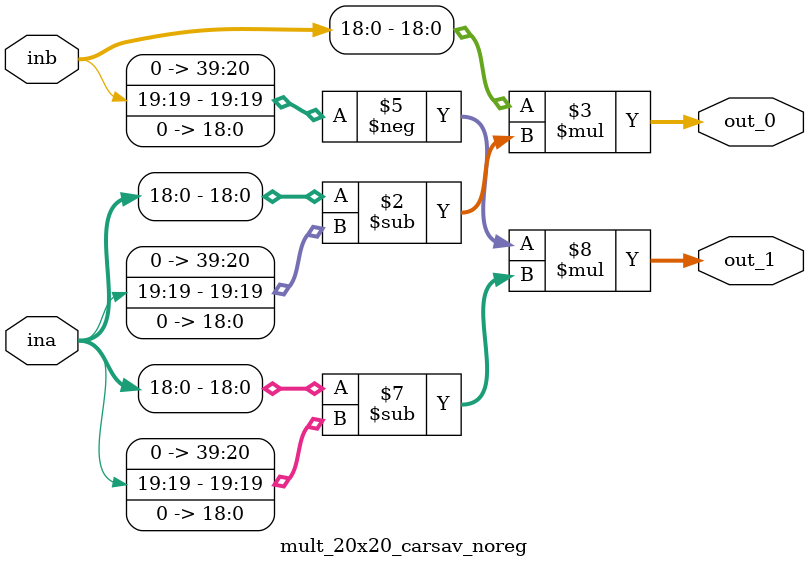
<source format=v>

`timescale 10ps/1ps
`celldefine
module mult_20x20_carsav_noreg (
   ina,
   inb,
   out_0,
   out_1
   );

   input         [19:0]         ina;
   input         [19:0]         inb;

   output        [39:0]         out_0;
   output        [39:0]         out_1;


   //----- declarations
   wire        [39:0]           out_0;
   wire        [39:0]           out_1;
   

   //----- main
   // ina = ina[18:0] - (ina[19] << 19);
   // inb = inb[18:0] - (inb[19] << 19);

   assign out_0 =   inb[18:0]      * (ina[18:0] - (ina[19] << 19));
   assign out_1 = -(inb[19] << 19) * (ina[18:0] - (ina[19] << 19));


endmodule  // mult_20x20_carsav_noreg
`endcelldefine


</source>
